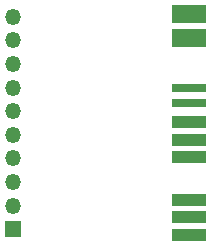
<source format=gts>
G04 #@! TF.GenerationSoftware,KiCad,Pcbnew,5.1.4+dfsg1-1*
G04 #@! TF.CreationDate,2020-04-30T23:01:33+02:00*
G04 #@! TF.ProjectId,USB_conn,5553425f-636f-46e6-9e2e-6b696361645f,rev?*
G04 #@! TF.SameCoordinates,Original*
G04 #@! TF.FileFunction,Soldermask,Top*
G04 #@! TF.FilePolarity,Negative*
%FSLAX46Y46*%
G04 Gerber Fmt 4.6, Leading zero omitted, Abs format (unit mm)*
G04 Created by KiCad (PCBNEW 5.1.4+dfsg1-1) date 2020-04-30 23:01:33*
%MOMM*%
%LPD*%
G04 APERTURE LIST*
%ADD10R,3.000000X1.000000*%
%ADD11R,3.000000X0.750000*%
%ADD12R,3.000000X1.500000*%
%ADD13R,1.350000X1.350000*%
%ADD14O,1.350000X1.350000*%
G04 APERTURE END LIST*
D10*
X105900000Y-110000000D03*
X105900000Y-108500000D03*
X105900000Y-107000000D03*
X105900000Y-103400000D03*
X105900000Y-101900000D03*
X105900000Y-100400000D03*
D11*
X105900000Y-98800000D03*
X105900000Y-97550000D03*
D12*
X105900000Y-93300000D03*
X105900000Y-91300000D03*
D13*
X91000000Y-109500000D03*
D14*
X91000000Y-107500000D03*
X91000000Y-105500000D03*
X91000000Y-103500000D03*
X91000000Y-101500000D03*
X91000000Y-99500000D03*
X91000000Y-97500000D03*
X91000000Y-95500000D03*
X91000000Y-93500000D03*
X91000000Y-91500000D03*
M02*

</source>
